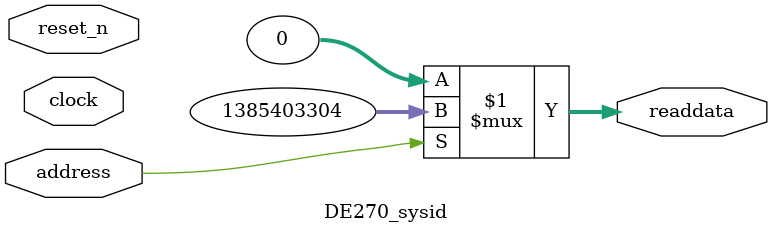
<source format=v>

`timescale 1ns / 1ps
// synthesis translate_on

// turn off superfluous verilog processor warnings 
// altera message_level Level1 
// altera message_off 10034 10035 10036 10037 10230 10240 10030 

module DE270_sysid (
               // inputs:
                address,
                clock,
                reset_n,

               // outputs:
                readdata
             )
;

  output  [ 31: 0] readdata;
  input            address;
  input            clock;
  input            reset_n;

  wire    [ 31: 0] readdata;
  //control_slave, which is an e_avalon_slave
  assign readdata = address ? 1385403304 : 0;

endmodule




</source>
